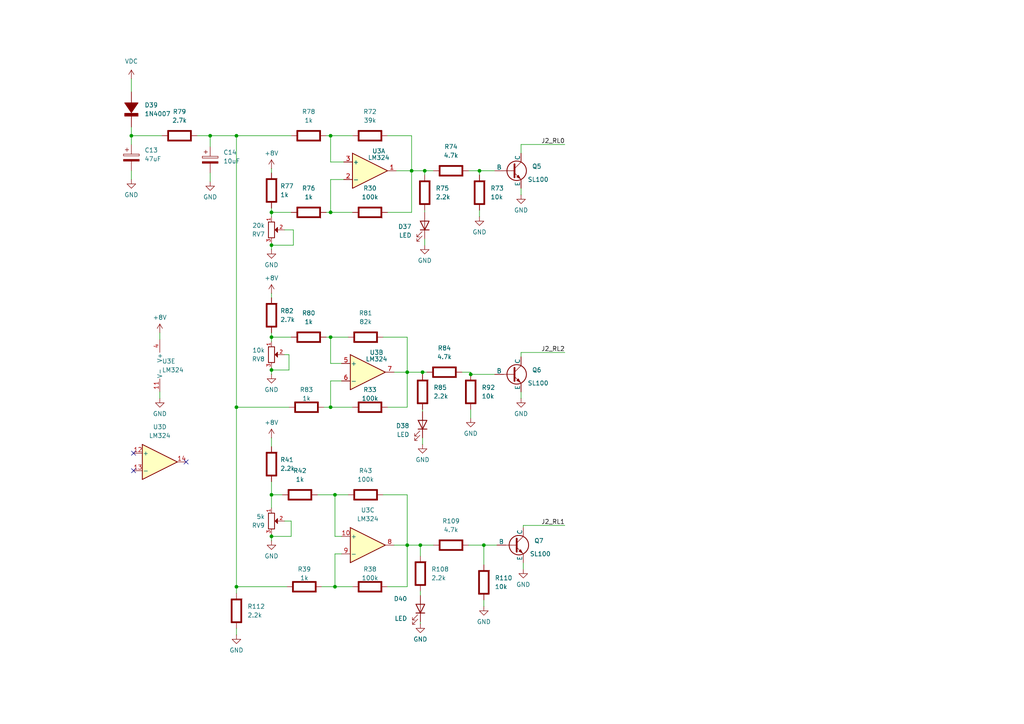
<source format=kicad_sch>
(kicad_sch (version 20250114) (generator "eeschema") (generator_version "9.0")
  (paper "A4")
  (lib_symbols
    (symbol "Amplifier_Operational:LM324" (pin_names (offset 0.127))
      (property "Reference" "U" (at 0 5.08 0))
      (property "Value" "LM324" (at 0 -5.08 0))
      (symbol "LM324_1_1"
        (polyline (pts (xy -5.08 5.08) (xy 5.08 0) (xy -5.08 -5.08) (xy -5.08 5.08)) (stroke (width 0.254)) (fill (type background)))
        (pin input line (at -7.62 2.54 0) (length 2.54) (name "+") (number "3"))
        (pin input line (at -7.62 -2.54 0) (length 2.54) (name "-") (number "2"))
        (pin output line (at 7.62 0 180) (length 2.54) (name "~") (number "1"))
      )
      (symbol "LM324_2_1"
        (polyline (pts (xy -5.08 5.08) (xy 5.08 0) (xy -5.08 -5.08) (xy -5.08 5.08)) (stroke (width 0.254)) (fill (type background)))
        (pin input line (at -7.62 2.54 0) (length 2.54) (name "+") (number "5"))
        (pin input line (at -7.62 -2.54 0) (length 2.54) (name "-") (number "6"))
        (pin output line (at 7.62 0 180) (length 2.54) (name "~") (number "7"))
      )
      (symbol "LM324_3_1"
        (polyline (pts (xy -5.08 5.08) (xy 5.08 0) (xy -5.08 -5.08) (xy -5.08 5.08)) (stroke (width 0.254)) (fill (type background)))
        (pin input line (at -7.62 2.54 0) (length 2.54) (name "+") (number "10"))
        (pin input line (at -7.62 -2.54 0) (length 2.54) (name "-") (number "9"))
        (pin output line (at 7.62 0 180) (length 2.54) (name "~") (number "8"))
      )
      (symbol "LM324_4_1"
        (polyline (pts (xy -5.08 5.08) (xy 5.08 0) (xy -5.08 -5.08) (xy -5.08 5.08)) (stroke (width 0.254)) (fill (type background)))
        (pin input line (at -7.62 2.54 0) (length 2.54) (name "+") (number "12"))
        (pin input line (at -7.62 -2.54 0) (length 2.54) (name "-") (number "13"))
        (pin output line (at 7.62 0 180) (length 2.54) (name "~") (number "14"))
      )
      (symbol "LM324_5_1"
        (pin power_in line (at -2.54 7.62 270) (length 3.81) (name "V+") (number "4"))
        (pin power_in line (at -2.54 -7.62 90) (length 3.81) (name "V-") (number "11"))
      )
    )
    (symbol "Device:C_Polarized" (pin_numbers (hide yes)) (pin_names (offset 0.254))
      (property "Reference" "C" (at 0.635 2.54 0))
      (property "Value" "C_Polarized" (at 0.635 -2.54 0))
      (symbol "C_Polarized_0_1"
        (rectangle (start -2.286 0.508) (end 2.286 1.016))
        (polyline (pts (xy -1.778 2.286) (xy -0.762 2.286)))
        (polyline (pts (xy -1.27 2.794) (xy -1.27 1.778)))
        (rectangle (start 2.286 -0.508) (end -2.286 -1.016) (fill (type outline)))
      )
      (symbol "C_Polarized_1_1"
        (pin passive line (at 0 3.81 270) (length 2.794) (name "~") (number "1"))
        (pin passive line (at 0 -3.81 90) (length 2.794) (name "~") (number "2"))
      )
    )
    (symbol "Device:LED" (pin_numbers (hide yes)) (pin_names (offset 1.016) (hide yes))
      (property "Reference" "D" (at 0 2.54 0))
      (property "Value" "LED" (at 0 -2.54 0))
      (symbol "LED_0_1"
        (polyline (pts (xy -3.048 -0.762) (xy -4.572 -2.286) (xy -3.81 -2.286) (xy -4.572 -2.286) (xy -4.572 -1.524)))
        (polyline (pts (xy -1.778 -0.762) (xy -3.302 -2.286) (xy -2.54 -2.286) (xy -3.302 -2.286) (xy -3.302 -1.524)))
        (polyline (pts (xy -1.27 0) (xy 1.27 0)))
        (polyline (pts (xy -1.27 -1.27) (xy -1.27 1.27)) (stroke (width 0.254)))
        (polyline (pts (xy 1.27 -1.27) (xy 1.27 1.27) (xy -1.27 0) (xy 1.27 -1.27)) (stroke (width 0.254)))
      )
      (symbol "LED_1_1"
        (pin passive line (at -3.81 0 0) (length 2.54) (name "K") (number "1"))
        (pin passive line (at 3.81 0 180) (length 2.54) (name "A") (number "2"))
      )
    )
    (symbol "PCM_Elektuur:D" (pin_numbers (hide yes)) (pin_names (offset 0) (hide yes))
      (property "Reference" "D" (at 0.635 3.175 0))
      (property "Value" "${SIM.PARAMS}" (at 0.635 -3.175 0))
      (symbol "D_1_0"
        (pin passive line (at 0 5.08 270) (length 3.175) (name "A+") (number "2"))
        (pin passive line (at 0 -5.08 90) (length 3.175) (name "K-") (number "1"))
      )
      (symbol "D_1_1"
        (polyline (pts (xy -1.905 -1.905) (xy 1.905 -1.905) (xy 1.905 -1.143) (xy 0 -1.143) (xy 0 -0.889) (xy 1.905 1.905) (xy -1.905 1.905) (xy 0 -0.889) (xy 0 -1.143) (xy -1.905 -1.143) (xy -1.905 -1.905)) (stroke (width 0.254)) (fill (type outline)))
      )
      (symbol "D_1_2"
        (polyline (pts (xy -0.127 -1.905) (xy 1.905 -1.905) (xy 1.905 -1.143) (xy 0 -1.143) (xy 0 -0.889) (xy 1.905 1.905) (xy -0.0254 1.905) (xy -0.9652 0.5334) (xy 0 -0.889) (xy 0 -1.143) (xy -0.127 -1.143) (xy -0.127 -1.905)) (stroke (width 0.254)) (fill (type outline)))
      )
    )
    (symbol "PCM_Elektuur:R" (pin_numbers (hide yes)) (pin_names (offset 0) (hide yes))
      (property "Reference" "R" (at 2.54 3.175 0))
      (property "Value" "R" (at 0 0 90))
      (symbol "R_1_1"
        (polyline (pts (xy -1.524 -3.429) (xy 1.524 -3.429) (xy 1.524 3.429) (xy -1.524 3.429) (xy -1.524 -3.429) (xy -1.27 -3.175) (xy -1.27 3.175) (xy 1.27 3.175) (xy 1.27 -3.175) (xy -1.27 -3.175) (xy -1.524 -3.429)) (stroke (width 0.254)) (fill (type outline)))
        (pin passive line (at 0 5.08 270) (length 1.651) (name "+") (number "1"))
        (pin passive line (at 0 -5.08 90) (length 1.651) (name "-") (number "2"))
      )
      (symbol "R_1_2"
        (polyline (pts (xy -0.508 -3.429) (xy 1.524 -3.429) (xy 1.524 3.429) (xy -0.508 3.429) (xy -0.508 3.175) (xy 1.27 3.175) (xy 1.27 -3.175) (xy -0.508 -3.175) (xy -0.508 -3.429)) (stroke (width 0.254)) (fill (type outline)))
        (pin passive line (at 0 5.08 270) (length 1.651) (name "+") (number "1"))
        (pin passive line (at 0 -5.08 90) (length 1.651) (name "-") (number "2"))
      )
      (symbol "R_1_3"
        (polyline (pts (xy 0 3.4798) (xy 0 3.2004) (xy 0.7112 2.794) (xy -1.1938 1.6764) (xy 0.7112 0.5588) (xy -1.1938 -0.5588) (xy 0.7112 -1.6764) (xy -1.1938 -2.794) (xy 0 -3.4798) (xy 0 -3.2004) (xy -0.7112 -2.794) (xy 1.1938 -1.6764) (xy -0.7112 -0.5588) (xy 1.1938 0.5588) (xy -0.7112 1.6764) (xy 1.1938 2.794) (xy 0 3.4798)) (stroke (width 0.254)) (fill (type outline)))
        (pin passive line (at 0 5.08 270) (length 1.6002) (name "+") (number "1"))
        (pin passive line (at 0 -5.08 90) (length 1.6002) (name "-") (number "2"))
      )
      (symbol "R_1_4"
        (polyline (pts (xy 0 4.5466) (xy 0 4.2672) (xy 0.0508 4.2418) (xy 1.016 3.683) (xy -1.524 2.2098) (xy 1.016 0.7366) (xy -1.524 -0.7366) (xy 1.016 -2.2098) (xy -1.524 -3.683) (xy -0.0762 -4.5212) (xy 0 -4.5466) (xy 0 -4.2672) (xy -0.0508 -4.2418) (xy -1.016 -3.683) (xy 1.524 -2.2098) (xy -1.016 -0.7366) (xy 1.524 0.7366) (xy -1.016 2.2098) (xy 1.524 3.683) (xy 0.0762 4.5212) (xy 0 4.5466)) (stroke (width 0.254)) (fill (type outline)))
        (pin passive line (at 0 5.08 270) (length 0.5334) (name "+") (number "1"))
        (pin passive line (at 0 -5.08 90) (length 0.5334) (name "-") (number "2"))
      )
    )
    (symbol "PCM_SL_Devices:potentiometer_RM065"
      (property "Reference" "RV" (at 0 -2.032 0))
      (property "Value" "potentiometer_RM065" (at 0 -3.81 0))
      (symbol "potentiometer_RM065_0_1"
        (rectangle (start -2.286 0.889) (end 2.286 -0.889) (stroke (width 0.24)))
        (polyline (pts (xy 0 1.016) (xy 0.762 1.778) (xy -0.762 1.778) (xy 0 1.016)) (fill (type outline)))
      )
      (symbol "potentiometer_RM065_1_1"
        (pin passive line (at -3.81 0 0) (length 1.5) (name "~") (number "1"))
        (pin passive line (at 0 3.81 270) (length 2) (name "~") (number "2"))
        (pin passive line (at 3.81 0 180) (length 1.5) (name "~") (number "3"))
      )
    )
    (symbol "Simulation_SPICE:NPN" (pin_numbers (hide yes)) (pin_names (offset 0))
      (property "Reference" "Q" (at -2.54 7.62 0))
      (property "Value" "NPN" (at -2.54 5.08 0))
      (symbol "NPN_0_1"
        (polyline (pts (xy -2.54 0) (xy 0.635 0)) (stroke (width 0.1524)))
        (polyline (pts (xy 0.635 1.905) (xy 0.635 -1.905) (xy 0.635 -1.905)) (stroke (width 0.508)))
        (polyline (pts (xy 0.635 0.635) (xy 2.54 2.54)))
        (polyline (pts (xy 0.635 -0.635) (xy 2.54 -2.54) (xy 2.54 -2.54)))
        (circle (center 1.27 0) (radius 2.8194) (stroke (width 0.254)))
        (polyline (pts (xy 1.27 -1.778) (xy 1.778 -1.27) (xy 2.286 -2.286) (xy 1.27 -1.778) (xy 1.27 -1.778)) (fill (type outline)))
        (polyline (pts (xy 2.794 -1.27) (xy 2.794 -1.27)) (stroke (width 0.1524)))
        (polyline (pts (xy 2.794 -1.27) (xy 2.794 -1.27)) (stroke (width 0.1524)))
      )
      (symbol "NPN_1_1"
        (pin input line (at -5.08 0 0) (length 2.54) (name "B") (number "2"))
        (pin open_collector line (at 2.54 5.08 270) (length 2.54) (name "C") (number "1"))
        (pin open_emitter line (at 2.54 -5.08 90) (length 2.54) (name "E") (number "3"))
      )
    )
    (symbol "power:+8V" (power) (pin_numbers (hide yes)) (pin_names (offset 0) (hide yes))
      (property "Value" "+8V" (at 0 3.556 0))
      (symbol "+8V_0_1"
        (polyline (pts (xy -0.762 1.27) (xy 0 2.54)))
        (polyline (pts (xy 0 2.54) (xy 0.762 1.27)))
        (polyline (pts (xy 0 0) (xy 0 2.54)))
      )
      (symbol "+8V_1_1"
        (pin power_in line (at 0 0 90) (length 0) (name "~") (number "1"))
      )
    )
    (symbol "power:GND" (power) (pin_numbers (hide yes)) (pin_names (offset 0) (hide yes))
      (property "Value" "GND" (at 0 -3.81 0))
      (symbol "GND_0_1"
        (polyline (pts (xy 0 0) (xy 0 -1.27) (xy 1.27 -1.27) (xy 0 -2.54) (xy -1.27 -1.27) (xy 0 -1.27)))
      )
      (symbol "GND_1_1"
        (pin power_in line (at 0 0 270) (length 0) (name "~") (number "1"))
      )
    )
    (symbol "power:VDC" (power) (pin_numbers (hide yes)) (pin_names (offset 0) (hide yes))
      (property "Value" "VDC" (at 0 3.556 0))
      (symbol "VDC_0_1"
        (polyline (pts (xy -0.762 1.27) (xy 0 2.54)))
        (polyline (pts (xy 0 2.54) (xy 0.762 1.27)))
        (polyline (pts (xy 0 0) (xy 0 2.54)))
      )
      (symbol "VDC_1_1"
        (pin power_in line (at 0 0 90) (length 0) (name "~") (number "1"))
      )
    )
  )
  (junction (at 95.885 61.595))
  (junction (at 78.74 97.79))
  (junction (at 60.96 39.37))
  (junction (at 123.19 49.53))
  (junction (at 122.555 107.95))
  (junction (at 118.11 158.115))
  (junction (at 136.525 108.585))
  (junction (at 95.885 97.79))
  (junction (at 78.74 143.51))
  (junction (at 68.58 170.18))
  (junction (at 139.065 49.53))
  (junction (at 118.11 107.95))
  (junction (at 95.885 39.37))
  (junction (at 78.74 71.12))
  (junction (at 78.74 107.315))
  (junction (at 78.74 155.575))
  (junction (at 97.155 170.18))
  (junction (at 97.155 143.51))
  (junction (at 140.335 158.115))
  (junction (at 38.1 39.37))
  (junction (at 119.38 49.53))
  (junction (at 121.92 158.115))
  (junction (at 95.885 118.11))
  (junction (at 78.74 61.595))
  (junction (at 68.58 39.37))
  (junction (at 68.58 118.11))
  (no_connect (at 38.735 136.525))
  (no_connect (at 38.735 131.445))
  (no_connect (at 53.975 133.985))
  (wire (pts (xy 119.38 49.53) (xy 123.19 49.53)))
  (wire (pts (xy 102.235 39.37) (xy 95.885 39.37)))
  (wire (pts (xy 78.74 155.575) (xy 78.74 154.94)))
  (wire (pts (xy 139.065 60.96) (xy 139.065 62.865)))
  (wire (pts (xy 151.13 41.91) (xy 163.83 41.91)))
  (wire (pts (xy 78.74 97.79) (xy 78.74 99.06)))
  (wire (pts (xy 122.555 107.95) (xy 123.825 107.95)))
  (wire (pts (xy 118.11 170.18) (xy 118.11 158.115)))
  (wire (pts (xy 78.74 71.12) (xy 78.74 70.485)))
  (wire (pts (xy 121.92 171.45) (xy 121.92 172.72)))
  (wire (pts (xy 123.19 49.53) (xy 123.19 50.8)))
  (wire (pts (xy 82.55 66.675) (xy 85.09 66.675)))
  (wire (pts (xy 151.765 163.195) (xy 151.765 165.1)))
  (wire (pts (xy 118.11 97.79) (xy 118.11 107.95)))
  (wire (pts (xy 78.74 107.315) (xy 78.74 108.585)))
  (wire (pts (xy 118.11 118.11) (xy 118.11 107.95)))
  (wire (pts (xy 94.615 39.37) (xy 95.885 39.37)))
  (wire (pts (xy 78.74 62.865) (xy 78.74 61.595)))
  (wire (pts (xy 78.74 71.12) (xy 78.74 72.39)))
  (wire (pts (xy 82.55 151.13) (xy 84.455 151.13)))
  (wire (pts (xy 38.1 39.37) (xy 38.1 41.91)))
  (wire (pts (xy 78.74 96.52) (xy 78.74 97.79)))
  (wire (pts (xy 83.82 107.315) (xy 78.74 107.315)))
  (wire (pts (xy 114.935 49.53) (xy 119.38 49.53)))
  (wire (pts (xy 97.155 160.655) (xy 99.06 160.655)))
  (wire (pts (xy 121.92 158.115) (xy 121.92 161.29)))
  (wire (pts (xy 97.155 170.18) (xy 97.155 160.655)))
  (wire (pts (xy 140.335 158.115) (xy 144.145 158.115)))
  (wire (pts (xy 84.455 39.37) (xy 68.58 39.37)))
  (wire (pts (xy 135.89 158.115) (xy 140.335 158.115)))
  (wire (pts (xy 78.74 127) (xy 78.74 129.54)))
  (wire (pts (xy 112.395 118.11) (xy 118.11 118.11)))
  (wire (pts (xy 95.885 110.49) (xy 99.06 110.49)))
  (wire (pts (xy 119.38 39.37) (xy 119.38 49.53)))
  (wire (pts (xy 95.885 97.79) (xy 100.965 97.79)))
  (wire (pts (xy 95.885 105.41) (xy 95.885 97.79)))
  (wire (pts (xy 38.1 22.86) (xy 38.1 26.67)))
  (wire (pts (xy 84.455 151.13) (xy 84.455 155.575)))
  (wire (pts (xy 83.185 170.18) (xy 68.58 170.18)))
  (wire (pts (xy 84.455 97.79) (xy 78.74 97.79)))
  (wire (pts (xy 151.765 153.035) (xy 151.765 152.4)))
  (wire (pts (xy 102.235 170.18) (xy 97.155 170.18)))
  (wire (pts (xy 122.555 119.38) (xy 122.555 118.745)))
  (wire (pts (xy 38.1 36.83) (xy 38.1 39.37)))
  (wire (pts (xy 123.19 49.53) (xy 125.73 49.53)))
  (wire (pts (xy 82.55 102.87) (xy 83.82 102.87)))
  (wire (pts (xy 68.58 39.37) (xy 68.58 118.11)))
  (wire (pts (xy 68.58 182.245) (xy 68.58 184.15)))
  (wire (pts (xy 38.1 49.53) (xy 38.1 52.07)))
  (wire (pts (xy 78.74 60.325) (xy 78.74 61.595)))
  (wire (pts (xy 95.885 118.11) (xy 102.235 118.11)))
  (wire (pts (xy 119.38 49.53) (xy 119.38 61.595)))
  (wire (pts (xy 38.1 39.37) (xy 46.99 39.37)))
  (wire (pts (xy 118.11 158.115) (xy 114.3 158.115)))
  (wire (pts (xy 97.155 143.51) (xy 92.075 143.51)))
  (wire (pts (xy 140.335 173.99) (xy 140.335 175.895)))
  (wire (pts (xy 78.74 139.7) (xy 78.74 143.51)))
  (wire (pts (xy 57.15 39.37) (xy 60.96 39.37)))
  (wire (pts (xy 123.19 60.96) (xy 123.19 61.595)))
  (wire (pts (xy 121.92 158.115) (xy 118.11 158.115)))
  (wire (pts (xy 78.74 48.895) (xy 78.74 50.165)))
  (wire (pts (xy 60.96 42.545) (xy 60.96 39.37)))
  (wire (pts (xy 95.885 61.595) (xy 95.885 52.07)))
  (wire (pts (xy 83.82 118.11) (xy 68.58 118.11)))
  (wire (pts (xy 95.885 39.37) (xy 95.885 46.99)))
  (wire (pts (xy 121.92 180.34) (xy 121.92 180.975)))
  (wire (pts (xy 46.355 113.665) (xy 46.355 115.57)))
  (wire (pts (xy 84.455 155.575) (xy 78.74 155.575)))
  (wire (pts (xy 136.525 108.585) (xy 143.51 108.585)))
  (wire (pts (xy 85.09 66.675) (xy 85.09 71.12)))
  (wire (pts (xy 99.06 155.575) (xy 97.155 155.575)))
  (wire (pts (xy 95.885 118.11) (xy 95.885 110.49)))
  (wire (pts (xy 136.525 118.745) (xy 136.525 121.285)))
  (wire (pts (xy 85.09 71.12) (xy 78.74 71.12)))
  (wire (pts (xy 94.615 61.595) (xy 95.885 61.595)))
  (wire (pts (xy 121.92 158.115) (xy 125.73 158.115)))
  (wire (pts (xy 151.765 152.4) (xy 163.83 152.4)))
  (wire (pts (xy 151.13 103.505) (xy 151.13 102.235)))
  (wire (pts (xy 46.355 96.52) (xy 46.355 98.425)))
  (wire (pts (xy 139.065 49.53) (xy 135.89 49.53)))
  (wire (pts (xy 78.74 143.51) (xy 78.74 147.32)))
  (wire (pts (xy 97.155 143.51) (xy 97.155 155.575)))
  (wire (pts (xy 118.11 107.95) (xy 114.3 107.95)))
  (wire (pts (xy 99.06 105.41) (xy 95.885 105.41)))
  (wire (pts (xy 95.885 52.07) (xy 99.695 52.07)))
  (wire (pts (xy 95.885 97.79) (xy 94.615 97.79)))
  (wire (pts (xy 151.13 113.665) (xy 151.13 115.57)))
  (wire (pts (xy 93.345 170.18) (xy 97.155 170.18)))
  (wire (pts (xy 83.82 102.87) (xy 83.82 107.315)))
  (wire (pts (xy 151.13 54.61) (xy 151.13 56.515)))
  (wire (pts (xy 93.98 118.11) (xy 95.885 118.11)))
  (wire (pts (xy 102.235 61.595) (xy 95.885 61.595)))
  (wire (pts (xy 112.395 61.595) (xy 119.38 61.595)))
  (wire (pts (xy 122.555 127) (xy 122.555 128.905)))
  (wire (pts (xy 151.13 44.45) (xy 151.13 41.91)))
  (wire (pts (xy 68.58 39.37) (xy 60.96 39.37)))
  (wire (pts (xy 136.525 107.95) (xy 136.525 108.585)))
  (wire (pts (xy 133.985 107.95) (xy 136.525 107.95)))
  (wire (pts (xy 112.395 39.37) (xy 119.38 39.37)))
  (wire (pts (xy 139.065 49.53) (xy 139.065 50.8)))
  (wire (pts (xy 60.96 50.165) (xy 60.96 52.705)))
  (wire (pts (xy 95.885 46.99) (xy 99.695 46.99)))
  (wire (pts (xy 118.11 143.51) (xy 118.11 158.115)))
  (wire (pts (xy 78.74 61.595) (xy 84.455 61.595)))
  (wire (pts (xy 78.74 155.575) (xy 78.74 156.845)))
  (wire (pts (xy 112.395 170.18) (xy 118.11 170.18)))
  (wire (pts (xy 151.13 102.235) (xy 163.83 102.235)))
  (wire (pts (xy 100.965 143.51) (xy 97.155 143.51)))
  (wire (pts (xy 68.58 118.11) (xy 68.58 170.18)))
  (wire (pts (xy 118.11 107.95) (xy 122.555 107.95)))
  (wire (pts (xy 143.51 49.53) (xy 139.065 49.53)))
  (wire (pts (xy 78.74 85.09) (xy 78.74 86.36)))
  (wire (pts (xy 111.125 143.51) (xy 118.11 143.51)))
  (wire (pts (xy 140.335 158.115) (xy 140.335 163.83)))
  (wire (pts (xy 111.125 97.79) (xy 118.11 97.79)))
  (wire (pts (xy 123.19 69.215) (xy 123.19 71.12)))
  (wire (pts (xy 78.74 107.315) (xy 78.74 106.68)))
  (wire (pts (xy 81.915 143.51) (xy 78.74 143.51)))
  (wire (pts (xy 122.555 107.95) (xy 122.555 108.585)))
  (wire (pts (xy 68.58 170.18) (xy 68.58 172.085)))
  (label "J2_RL0" (at 163.83 41.91 180))
  (label "J2_RL2" (at 163.83 102.235 180))
  (label "J2_RL1" (at 163.83 152.4 180))
  (symbol (lib_id "PCM_SL_Devices:potentiometer_RM065") (at 78.74 66.675 270) (unit 1)
    (property "Reference" "RV7" (at 76.835 67.9451 90) (effects (justify right)))
    (property "Value" "20k" (at 76.835 65.4051 90) (effects (justify right)))
    (property "Footprint" "PCM_SL_Devices:Potentiometer_RM065" (effects (hide yes)))
    (property "Description" "potentiometer RM065" (effects (hide yes)))
  )
  (symbol (lib_id "power:GND") (at 38.1 52.07 0) (mirror y) (unit 1)
    (property "Reference" "#PWR094" (effects (hide yes)))
    (property "Value" "GND" (at 38.1 56.515 0))
    (property "Description" "Power symbol creates a global label with name \"GND\" , ground" (effects (hide yes)))
  )
  (symbol (lib_id "power:GND") (at 78.74 108.585 0) (mirror y) (unit 1)
    (property "Reference" "#PWR097" (effects (hide yes)))
    (property "Value" "GND" (at 78.74 113.03 0))
    (property "Description" "Power symbol creates a global label with name \"GND\" , ground" (effects (hide yes)))
  )
  (symbol (lib_id "PCM_Elektuur:R") (at 130.81 158.115 90) (unit 1)
    (property "Reference" "R109" (at 130.81 151.13 90))
    (property "Value" "4.7k" (at 130.81 153.67 90))
    (property "Description" "resistor" (effects (hide yes)))
    (property "Indicator" "+" (effects (hide yes)))
    (property "Rating" "W" (effects (hide yes)))
  )
  (symbol (lib_id "PCM_Elektuur:R") (at 121.92 166.37 180) (unit 1)
    (property "Reference" "R108" (at 125.095 165.0999 0) (effects (justify right)))
    (property "Value" "2.2k" (at 125.095 167.6399 0) (effects (justify right)))
    (property "Description" "resistor" (effects (hide yes)))
    (property "Indicator" "+" (effects (hide yes)))
    (property "Rating" "W" (effects (hide yes)))
  )
  (symbol (lib_id "PCM_Elektuur:R") (at 136.525 113.665 180) (unit 1)
    (property "Reference" "R92" (at 139.7 112.3949 0) (effects (justify right)))
    (property "Value" "10k" (at 139.7 114.9349 0) (effects (justify right)))
    (property "Description" "resistor" (effects (hide yes)))
    (property "Indicator" "+" (effects (hide yes)))
    (property "Rating" "W" (effects (hide yes)))
  )
  (symbol (lib_id "PCM_Elektuur:R") (at 78.74 134.62 180) (unit 1)
    (property "Reference" "R41" (at 81.28 133.3499 0) (effects (justify right)))
    (property "Value" "2.2k" (at 81.28 135.8899 0) (effects (justify right)))
    (property "Description" "resistor" (effects (hide yes)))
    (property "Indicator" "+" (effects (hide yes)))
    (property "Rating" "W" (effects (hide yes)))
  )
  (symbol (lib_id "Amplifier_Operational:LM324") (at 106.68 158.115 0) (unit 3)
    (property "Reference" "U3" (at 106.68 147.955 0))
    (property "Value" "LM324" (at 106.68 150.495 0))
    (property "Datasheet" "http://www.ti.com/lit/ds/symlink/lm2902-n.pdf" (effects (hide yes)))
    (property "Description" "Low-Power, Quad-Operational Amplifiers, DIP-14/SOIC-14/SSOP-14" (effects (hide yes)))
  )
  (symbol (lib_id "PCM_Elektuur:R") (at 106.045 143.51 90) (unit 1)
    (property "Reference" "R43" (at 106.045 136.525 90))
    (property "Value" "100k" (at 106.045 139.065 90))
    (property "Description" "resistor" (effects (hide yes)))
    (property "Indicator" "+" (effects (hide yes)))
    (property "Rating" "W" (effects (hide yes)))
  )
  (symbol (lib_id "PCM_Elektuur:R") (at 107.315 118.11 90) (unit 1)
    (property "Reference" "R33" (at 107.315 113.03 90))
    (property "Value" "100k" (at 107.315 115.57 90))
    (property "Description" "resistor" (effects (hide yes)))
    (property "Indicator" "+" (effects (hide yes)))
    (property "Rating" "W" (effects (hide yes)))
  )
  (symbol (lib_id "power:GND") (at 151.765 165.1 0) (mirror y) (unit 1)
    (property "Reference" "#PWR0105" (effects (hide yes)))
    (property "Value" "GND" (at 151.765 169.545 0))
    (property "Description" "Power symbol creates a global label with name \"GND\" , ground" (effects (hide yes)))
  )
  (symbol (lib_id "Device:C_Polarized") (at 38.1 45.72 0) (unit 1)
    (property "Reference" "C13" (at 41.91 43.5609 0) (effects (justify left)))
    (property "Value" "47uF" (at 41.91 46.1009 0) (effects (justify left)))
    (property "Description" "Polarized capacitor" (effects (hide yes)))
  )
  (symbol (lib_id "Device:LED") (at 122.555 123.19 270) (mirror x) (unit 1)
    (property "Reference" "D38" (at 118.745 123.5074 90) (effects (justify right)))
    (property "Value" "LED" (at 118.745 126.0474 90) (effects (justify right)))
    (property "Description" "Light emitting diode" (effects (hide yes)))
    (property "Sim.Pins" "1=K 2=A" (effects (hide yes)))
  )
  (symbol (lib_id "power:GND") (at 151.13 56.515 0) (mirror y) (unit 1)
    (property "Reference" "#PWR090" (effects (hide yes)))
    (property "Value" "GND" (at 151.13 60.96 0))
    (property "Description" "Power symbol creates a global label with name \"GND\" , ground" (effects (hide yes)))
  )
  (symbol (lib_id "PCM_Elektuur:R") (at 68.58 177.165 180) (unit 1)
    (property "Reference" "R112" (at 71.755 175.8949 0) (effects (justify right)))
    (property "Value" "2.2k" (at 71.755 178.4349 0) (effects (justify right)))
    (property "Description" "resistor" (effects (hide yes)))
    (property "Indicator" "+" (effects (hide yes)))
    (property "Rating" "W" (effects (hide yes)))
  )
  (symbol (lib_id "power:+8V") (at 78.74 48.895 0) (unit 1)
    (property "Reference" "#PWR088" (effects (hide yes)))
    (property "Value" "+8V" (at 78.74 44.45 0))
    (property "Description" "Power symbol creates a global label with name \"+8V\"" (effects (hide yes)))
  )
  (symbol (lib_id "PCM_SL_Devices:potentiometer_RM065") (at 78.74 102.87 270) (unit 1)
    (property "Reference" "RV8" (at 76.835 104.1401 90) (effects (justify right)))
    (property "Value" "10k" (at 76.835 101.6001 90) (effects (justify right)))
    (property "Footprint" "PCM_SL_Devices:Potentiometer_RM065" (effects (hide yes)))
    (property "Description" "potentiometer RM065" (effects (hide yes)))
  )
  (symbol (lib_id "power:VDC") (at 38.1 22.86 0) (unit 1)
    (property "Reference" "#PWR093" (effects (hide yes)))
    (property "Value" "VDC" (at 38.1 17.78 0))
    (property "Description" "Power symbol creates a global label with name \"VDC\"" (effects (hide yes)))
  )
  (symbol (lib_id "Simulation_SPICE:NPN") (at 149.225 158.115 0) (unit 1)
    (property "Reference" "Q7" (at 154.94 156.8449 0) (effects (justify left)))
    (property "Value" "SL100" (at 153.67 160.655 0) (effects (justify left)))
    (property "Datasheet" "https://ngspice.sourceforge.io/docs/ngspice-html-manual/manual.xhtml#cha_BJTs" (effects (hide yes)))
    (property "Description" "Bipolar transistor symbol for simulation only, substrate tied to the emitter" (effects (hide yes)))
    (property "Sim.Device" "NPN" (effects (hide yes)))
    (property "Sim.Type" "GUMMELPOON" (effects (hide yes)))
    (property "Sim.Pins" "1=C 2=B 3=E" (effects (hide yes)))
  )
  (symbol (lib_id "Amplifier_Operational:LM324") (at 46.355 133.985 0) (unit 4)
    (property "Reference" "U3" (at 46.355 123.825 0))
    (property "Value" "LM324" (at 46.355 126.365 0))
    (property "Datasheet" "http://www.ti.com/lit/ds/symlink/lm2902-n.pdf" (effects (hide yes)))
    (property "Description" "Low-Power, Quad-Operational Amplifiers, DIP-14/SOIC-14/SSOP-14" (effects (hide yes)))
  )
  (symbol (lib_id "PCM_Elektuur:R") (at 88.265 170.18 90) (unit 1)
    (property "Reference" "R39" (at 88.265 165.1 90))
    (property "Value" "1k" (at 88.265 167.64 90))
    (property "Description" "resistor" (effects (hide yes)))
    (property "Indicator" "+" (effects (hide yes)))
    (property "Rating" "W" (effects (hide yes)))
  )
  (symbol (lib_id "PCM_Elektuur:R") (at 140.335 168.91 180) (unit 1)
    (property "Reference" "R110" (at 143.51 167.6399 0) (effects (justify right)))
    (property "Value" "10k" (at 143.51 170.1799 0) (effects (justify right)))
    (property "Description" "resistor" (effects (hide yes)))
    (property "Indicator" "+" (effects (hide yes)))
    (property "Rating" "W" (effects (hide yes)))
  )
  (symbol (lib_id "PCM_Elektuur:R") (at 130.81 49.53 90) (unit 1)
    (property "Reference" "R74" (at 130.81 42.545 90))
    (property "Value" "4.7k" (at 130.81 45.085 90))
    (property "Description" "resistor" (effects (hide yes)))
    (property "Indicator" "+" (effects (hide yes)))
    (property "Rating" "W" (effects (hide yes)))
  )
  (symbol (lib_id "PCM_Elektuur:R") (at 107.315 39.37 90) (unit 1)
    (property "Reference" "R72" (at 107.315 32.385 90))
    (property "Value" "39k" (at 107.315 34.925 90))
    (property "Description" "resistor" (effects (hide yes)))
    (property "Indicator" "+" (effects (hide yes)))
    (property "Rating" "W" (effects (hide yes)))
  )
  (symbol (lib_id "PCM_Elektuur:D") (at 38.1 31.75 0) (mirror y) (unit 1)
    (property "Reference" "D39" (at 41.91 30.4799 0) (effects (justify right)))
    (property "Value" "1N4007" (at 41.91 33.0199 0) (effects (justify right)))
    (property "Description" "semiconductor diode" (effects (hide yes)))
    (property "Sim.Pins" "2=1 1=2" (effects (hide yes)))
    (property "Sim.Device" "SPICE" (effects (hide yes)))
    (property "Sim.Params" "type=\"\" model=\"D\" lib=\"semiconductor.lib\"" (effects (hide yes)))
    (property "Rating" "V/A" (effects (hide yes)))
  )
  (symbol (lib_id "PCM_Elektuur:R") (at 106.045 97.79 90) (unit 1)
    (property "Reference" "R81" (at 106.045 90.805 90))
    (property "Value" "82k" (at 106.045 93.345 90))
    (property "Description" "resistor" (effects (hide yes)))
    (property "Indicator" "+" (effects (hide yes)))
    (property "Rating" "W" (effects (hide yes)))
  )
  (symbol (lib_id "Simulation_SPICE:NPN") (at 148.59 49.53 0) (unit 1)
    (property "Reference" "Q5" (at 154.305 48.2599 0) (effects (justify left)))
    (property "Value" "SL100" (at 153.035 52.07 0) (effects (justify left)))
    (property "Datasheet" "https://ngspice.sourceforge.io/docs/ngspice-html-manual/manual.xhtml#cha_BJTs" (effects (hide yes)))
    (property "Description" "Bipolar transistor symbol for simulation only, substrate tied to the emitter" (effects (hide yes)))
    (property "Sim.Device" "NPN" (effects (hide yes)))
    (property "Sim.Type" "GUMMELPOON" (effects (hide yes)))
    (property "Sim.Pins" "1=C 2=B 3=E" (effects (hide yes)))
  )
  (symbol (lib_id "power:GND") (at 46.355 115.57 0) (mirror y) (unit 1)
    (property "Reference" "#PWR0102" (effects (hide yes)))
    (property "Value" "GND" (at 46.355 120.015 0))
    (property "Description" "Power symbol creates a global label with name \"GND\" , ground" (effects (hide yes)))
  )
  (symbol (lib_id "power:GND") (at 122.555 128.905 0) (mirror y) (unit 1)
    (property "Reference" "#PWR098" (effects (hide yes)))
    (property "Value" "GND" (at 122.555 133.35 0))
    (property "Description" "Power symbol creates a global label with name \"GND\" , ground" (effects (hide yes)))
  )
  (symbol (lib_id "power:GND") (at 68.58 184.15 0) (unit 1)
    (property "Reference" "#PWR02" (effects (hide yes)))
    (property "Value" "GND" (at 68.58 188.595 0))
    (property "Description" "Power symbol creates a global label with name \"GND\" , ground" (effects (hide yes)))
  )
  (symbol (lib_id "PCM_Elektuur:R") (at 86.995 143.51 90) (unit 1)
    (property "Reference" "R42" (at 86.995 136.525 90))
    (property "Value" "1k" (at 86.995 139.065 90))
    (property "Description" "resistor" (effects (hide yes)))
    (property "Indicator" "+" (effects (hide yes)))
    (property "Rating" "W" (effects (hide yes)))
  )
  (symbol (lib_id "PCM_Elektuur:R") (at 89.535 61.595 90) (unit 1)
    (property "Reference" "R76" (at 89.535 54.61 90))
    (property "Value" "1k" (at 89.535 57.15 90))
    (property "Description" "resistor" (effects (hide yes)))
    (property "Indicator" "+" (effects (hide yes)))
    (property "Rating" "W" (effects (hide yes)))
  )
  (symbol (lib_id "PCM_SL_Devices:potentiometer_RM065") (at 78.74 151.13 270) (unit 1)
    (property "Reference" "RV9" (at 76.835 152.4001 90) (effects (justify right)))
    (property "Value" "5k" (at 76.835 149.8601 90) (effects (justify right)))
    (property "Footprint" "PCM_SL_Devices:Potentiometer_RM065" (effects (hide yes)))
    (property "Description" "potentiometer RM065" (effects (hide yes)))
  )
  (symbol (lib_id "PCM_Elektuur:R") (at 123.19 55.88 180) (unit 1)
    (property "Reference" "R75" (at 126.365 54.6099 0) (effects (justify right)))
    (property "Value" "2.2k" (at 126.365 57.1499 0) (effects (justify right)))
    (property "Description" "resistor" (effects (hide yes)))
    (property "Indicator" "+" (effects (hide yes)))
    (property "Rating" "W" (effects (hide yes)))
  )
  (symbol (lib_id "PCM_Elektuur:R") (at 107.315 170.18 90) (unit 1)
    (property "Reference" "R38" (at 107.315 165.1 90))
    (property "Value" "100k" (at 107.315 167.64 90))
    (property "Description" "resistor" (effects (hide yes)))
    (property "Indicator" "+" (effects (hide yes)))
    (property "Rating" "W" (effects (hide yes)))
  )
  (symbol (lib_id "Simulation_SPICE:NPN") (at 148.59 108.585 0) (unit 1)
    (property "Reference" "Q6" (at 154.305 107.3149 0) (effects (justify left)))
    (property "Value" "SL100" (at 153.035 111.125 0) (effects (justify left)))
    (property "Datasheet" "https://ngspice.sourceforge.io/docs/ngspice-html-manual/manual.xhtml#cha_BJTs" (effects (hide yes)))
    (property "Description" "Bipolar transistor symbol for simulation only, substrate tied to the emitter" (effects (hide yes)))
    (property "Sim.Device" "NPN" (effects (hide yes)))
    (property "Sim.Type" "GUMMELPOON" (effects (hide yes)))
    (property "Sim.Pins" "1=C 2=B 3=E" (effects (hide yes)))
  )
  (symbol (lib_id "power:GND") (at 139.065 62.865 0) (unit 1)
    (property "Reference" "#PWR089" (effects (hide yes)))
    (property "Value" "GND" (at 139.065 67.31 0))
    (property "Description" "Power symbol creates a global label with name \"GND\" , ground" (effects (hide yes)))
  )
  (symbol (lib_id "power:GND") (at 78.74 156.845 0) (mirror y) (unit 1)
    (property "Reference" "#PWR0107" (effects (hide yes)))
    (property "Value" "GND" (at 78.74 161.29 0))
    (property "Description" "Power symbol creates a global label with name \"GND\" , ground" (effects (hide yes)))
  )
  (symbol (lib_id "Device:LED") (at 121.92 176.53 270) (mirror x) (unit 1)
    (property "Reference" "D40" (at 118.11 173.6724 90) (effects (justify right)))
    (property "Value" "LED" (at 118.11 179.3874 90) (effects (justify right)))
    (property "Description" "Light emitting diode" (effects (hide yes)))
    (property "Sim.Pins" "1=K 2=A" (effects (hide yes)))
  )
  (symbol (lib_id "Device:C_Polarized") (at 60.96 46.355 0) (unit 1)
    (property "Reference" "C14" (at 64.77 44.1959 0) (effects (justify left)))
    (property "Value" "10uF" (at 64.77 46.7359 0) (effects (justify left)))
    (property "Description" "Polarized capacitor" (effects (hide yes)))
  )
  (symbol (lib_id "power:GND") (at 60.96 52.705 0) (mirror y) (unit 1)
    (property "Reference" "#PWR095" (effects (hide yes)))
    (property "Value" "GND" (at 60.96 57.15 0))
    (property "Description" "Power symbol creates a global label with name \"GND\" , ground" (effects (hide yes)))
  )
  (symbol (lib_id "PCM_Elektuur:R") (at 88.9 118.11 90) (unit 1)
    (property "Reference" "R83" (at 88.9 113.03 90))
    (property "Value" "1k" (at 88.9 115.57 90))
    (property "Description" "resistor" (effects (hide yes)))
    (property "Indicator" "+" (effects (hide yes)))
    (property "Rating" "W" (effects (hide yes)))
  )
  (symbol (lib_id "power:GND") (at 140.335 175.895 0) (unit 1)
    (property "Reference" "#PWR0104" (effects (hide yes)))
    (property "Value" "GND" (at 140.335 180.34 0))
    (property "Description" "Power symbol creates a global label with name \"GND\" , ground" (effects (hide yes)))
  )
  (symbol (lib_id "power:+8V") (at 46.355 96.52 0) (unit 1)
    (property "Reference" "#PWR0101" (effects (hide yes)))
    (property "Value" "+8V" (at 46.355 92.075 0))
    (property "Description" "Power symbol creates a global label with name \"+8V\"" (effects (hide yes)))
  )
  (symbol (lib_id "PCM_Elektuur:R") (at 78.74 91.44 180) (unit 1)
    (property "Reference" "R82" (at 81.28 90.1699 0) (effects (justify right)))
    (property "Value" "2.7k" (at 81.28 92.7099 0) (effects (justify right)))
    (property "Description" "resistor" (effects (hide yes)))
    (property "Indicator" "+" (effects (hide yes)))
    (property "Rating" "W" (effects (hide yes)))
  )
  (symbol (lib_id "Amplifier_Operational:LM324") (at 107.315 49.53 0) (unit 1)
    (property "Reference" "U3" (at 109.855 43.815 0))
    (property "Value" "LM324" (at 109.855 45.72 0))
    (property "Datasheet" "http://www.ti.com/lit/ds/symlink/lm2902-n.pdf" (effects (hide yes)))
    (property "Description" "Low-Power, Quad-Operational Amplifiers, DIP-14/SOIC-14/SSOP-14" (effects (hide yes)))
  )
  (symbol (lib_id "PCM_Elektuur:R") (at 52.07 39.37 90) (unit 1)
    (property "Reference" "R79" (at 52.07 32.385 90))
    (property "Value" "2.7k" (at 52.07 34.925 90))
    (property "Description" "resistor" (effects (hide yes)))
    (property "Indicator" "+" (effects (hide yes)))
    (property "Rating" "W" (effects (hide yes)))
  )
  (symbol (lib_id "power:GND") (at 136.525 121.285 0) (unit 1)
    (property "Reference" "#PWR0100" (effects (hide yes)))
    (property "Value" "GND" (at 136.525 125.73 0))
    (property "Description" "Power symbol creates a global label with name \"GND\" , ground" (effects (hide yes)))
  )
  (symbol (lib_id "Amplifier_Operational:LM324") (at 106.68 107.95 0) (unit 2)
    (property "Reference" "U3" (at 109.22 102.235 0))
    (property "Value" "LM324" (at 109.22 104.14 0))
    (property "Datasheet" "http://www.ti.com/lit/ds/symlink/lm2902-n.pdf" (effects (hide yes)))
    (property "Description" "Low-Power, Quad-Operational Amplifiers, DIP-14/SOIC-14/SSOP-14" (effects (hide yes)))
  )
  (symbol (lib_id "power:GND") (at 151.13 115.57 0) (mirror y) (unit 1)
    (property "Reference" "#PWR099" (effects (hide yes)))
    (property "Value" "GND" (at 151.13 120.015 0))
    (property "Description" "Power symbol creates a global label with name \"GND\" , ground" (effects (hide yes)))
  )
  (symbol (lib_id "power:GND") (at 78.74 72.39 0) (mirror y) (unit 1)
    (property "Reference" "#PWR092" (effects (hide yes)))
    (property "Value" "GND" (at 78.74 76.835 0))
    (property "Description" "Power symbol creates a global label with name \"GND\" , ground" (effects (hide yes)))
  )
  (symbol (lib_id "power:+8V") (at 78.74 85.09 0) (unit 1)
    (property "Reference" "#PWR096" (effects (hide yes)))
    (property "Value" "+8V" (at 78.74 80.645 0))
    (property "Description" "Power symbol creates a global label with name \"+8V\"" (effects (hide yes)))
  )
  (symbol (lib_id "power:GND") (at 121.92 180.975 0) (mirror y) (unit 1)
    (property "Reference" "#PWR0103" (effects (hide yes)))
    (property "Value" "GND" (at 121.92 185.42 0))
    (property "Description" "Power symbol creates a global label with name \"GND\" , ground" (effects (hide yes)))
  )
  (symbol (lib_id "PCM_Elektuur:R") (at 139.065 55.88 180) (unit 1)
    (property "Reference" "R73" (at 142.24 54.6099 0) (effects (justify right)))
    (property "Value" "10k" (at 142.24 57.1499 0) (effects (justify right)))
    (property "Description" "resistor" (effects (hide yes)))
    (property "Indicator" "+" (effects (hide yes)))
    (property "Rating" "W" (effects (hide yes)))
  )
  (symbol (lib_id "Device:LED") (at 123.19 65.405 270) (mirror x) (unit 1)
    (property "Reference" "D37" (at 119.38 65.7224 90) (effects (justify right)))
    (property "Value" "LED" (at 119.38 68.2624 90) (effects (justify right)))
    (property "Description" "Light emitting diode" (effects (hide yes)))
    (property "Sim.Pins" "1=K 2=A" (effects (hide yes)))
  )
  (symbol (lib_id "power:GND") (at 123.19 71.12 0) (mirror y) (unit 1)
    (property "Reference" "#PWR091" (effects (hide yes)))
    (property "Value" "GND" (at 123.19 75.565 0))
    (property "Description" "Power symbol creates a global label with name \"GND\" , ground" (effects (hide yes)))
  )
  (symbol (lib_id "Amplifier_Operational:LM324") (at 48.895 106.045 0) (unit 5)
    (property "Reference" "U3" (at 46.99 104.7749 0) (effects (justify left)))
    (property "Value" "LM324" (at 46.99 107.3149 0) (effects (justify left)))
    (property "Datasheet" "http://www.ti.com/lit/ds/symlink/lm2902-n.pdf" (effects (hide yes)))
    (property "Description" "Low-Power, Quad-Operational Amplifiers, DIP-14/SOIC-14/SSOP-14" (effects (hide yes)))
  )
  (symbol (lib_id "PCM_Elektuur:R") (at 128.905 107.95 90) (unit 1)
    (property "Reference" "R84" (at 128.905 100.965 90))
    (property "Value" "4.7k" (at 128.905 103.505 90))
    (property "Description" "resistor" (effects (hide yes)))
    (property "Indicator" "+" (effects (hide yes)))
    (property "Rating" "W" (effects (hide yes)))
  )
  (symbol (lib_id "PCM_Elektuur:R") (at 89.535 39.37 90) (unit 1)
    (property "Reference" "R78" (at 89.535 32.385 90))
    (property "Value" "1k" (at 89.535 34.925 90))
    (property "Description" "resistor" (effects (hide yes)))
    (property "Indicator" "+" (effects (hide yes)))
    (property "Rating" "W" (effects (hide yes)))
  )
  (symbol (lib_id "PCM_Elektuur:R") (at 122.555 113.665 180) (unit 1)
    (property "Reference" "R85" (at 125.73 112.3949 0) (effects (justify right)))
    (property "Value" "2.2k" (at 125.73 114.9349 0) (effects (justify right)))
    (property "Description" "resistor" (effects (hide yes)))
    (property "Indicator" "+" (effects (hide yes)))
    (property "Rating" "W" (effects (hide yes)))
  )
  (symbol (lib_id "PCM_Elektuur:R") (at 89.535 97.79 90) (unit 1)
    (property "Reference" "R80" (at 89.535 90.805 90))
    (property "Value" "1k" (at 89.535 93.345 90))
    (property "Description" "resistor" (effects (hide yes)))
    (property "Indicator" "+" (effects (hide yes)))
    (property "Rating" "W" (effects (hide yes)))
  )
  (symbol (lib_id "PCM_Elektuur:R") (at 78.74 55.245 180) (unit 1)
    (property "Reference" "R77" (at 81.28 53.9749 0) (effects (justify right)))
    (property "Value" "1k" (at 81.28 56.5149 0) (effects (justify right)))
    (property "Description" "resistor" (effects (hide yes)))
    (property "Indicator" "+" (effects (hide yes)))
    (property "Rating" "W" (effects (hide yes)))
  )
  (symbol (lib_id "power:+8V") (at 78.74 127 0) (unit 1)
    (property "Reference" "#PWR0106" (effects (hide yes)))
    (property "Value" "+8V" (at 78.74 122.555 0))
    (property "Description" "Power symbol creates a global label with name \"+8V\"" (effects (hide yes)))
  )
  (symbol (lib_id "PCM_Elektuur:R") (at 107.315 61.595 90) (unit 1)
    (property "Reference" "R30" (at 107.315 54.61 90))
    (property "Value" "100k" (at 107.315 57.15 90))
    (property "Description" "resistor" (effects (hide yes)))
    (property "Indicator" "+" (effects (hide yes)))
    (property "Rating" "W" (effects (hide yes)))
  )
)
</source>
